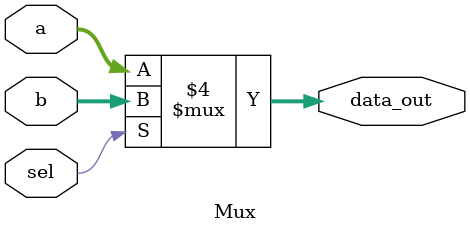
<source format=v>
`timescale 1ns / 1ps

module Mux
(
input [63:0] a,
input [63:0] b,
input sel,
output reg [63:0] data_out
);
//assign data_out = sel? b:a ;
always @ (a, b, sel)
begin
if (!sel)
data_out = a;
else
data_out = b;
end
endmodule





//`timescale 1ns / 1ps


//module Mux
//(
//input [63:0] a,
//input [63:0] b,
//input sel,
//output reg [63:0]data_out
//);
////assign data_out = sel? b:a ;
//always @ (a, b, sel)
//begin
//if (!sel)
//data_out = a;
//else
//data_out = b;
//end
//endmodule

</source>
